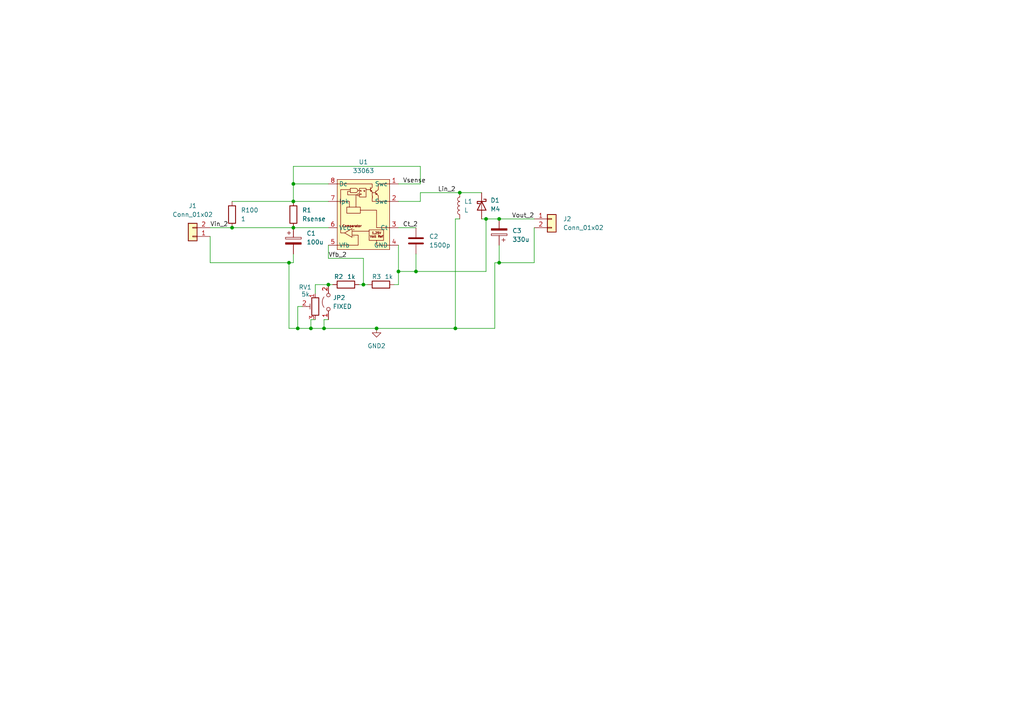
<source format=kicad_sch>
(kicad_sch (version 20231120) (generator "eeschema") (generator_version "8.0")
  (paper "A4")
  (lib_symbols
    (symbol "Connector_Generic:Conn_01x02" (pin_names (offset 1.016) hide)
      (property "Reference" "J" (at 0 2.54 0))
      (property "Value" "Conn_01x02" (at 0 -5.08 0))
      (symbol "Conn_01x02_1_1"
        (rectangle (start -1.27 -2.413) (end 0 -2.667) (stroke (width 0.1524)))
        (rectangle (start -1.27 0.127) (end 0 -0.127) (stroke (width 0.1524)))
        (rectangle (start -1.27 1.27) (end 1.27 -3.81) (stroke (width 0.254)) (fill (type background)))
        (pin passive line (at -5.08 0 0) (length 3.81) (name "Pin_1") (number "1"))
        (pin passive line (at -5.08 -2.54 0) (length 3.81) (name "Pin_2") (number "2"))
      )
    )
    (symbol "Custom:MC33063"
      (property "Reference" "U" (at 0 11.43 0))
      (property "Value" "MC33063" (at 0.254 -11.938 0))
      (symbol "MC33063_0_1"
        (rectangle (start -4.826 2.159) (end -0.889 0.381))
        (arc (start -2.286 6.35) (mid -1.837 6.536) (end -1.651 6.985))
        (arc (start -1.651 6.985) (mid -1.837 7.434) (end -2.286 7.62))
        (rectangle (start -1.143 7.62) (end 0.762 5.08))
        (polyline (pts (xy -3.81 7.62) (xy -2.286 7.62)))
        (polyline (pts (xy -2.159 5.715) (xy -2.159 2.159)))
        (polyline (pts (xy -1.651 6.985) (xy -1.143 6.985)))
        (polyline (pts (xy 1.651 -4.826) (xy -3.175 -4.826)))
        (polyline (pts (xy 2.032 7.239) (xy 0.762 7.239)))
        (polyline (pts (xy 2.032 7.874) (xy 2.032 6.731)))
        (polyline (pts (xy 2.54 6.35) (xy 3.556 6.35)))
        (polyline (pts (xy 3.556 6.858) (xy 3.556 5.842)))
        (polyline (pts (xy -4.064 2.159) (xy -4.064 3.81) (xy -7.62 3.81)))
        (polyline (pts (xy -3.81 7.62) (xy -3.81 6.35) (xy -2.286 6.35)))
        (polyline (pts (xy 3.556 6.223) (xy 4.318 5.461) (xy 4.318 3.81)))
        (polyline (pts (xy 3.81 -7.493) (xy 3.81 -8.89) (xy 7.493 -8.89)))
        (polyline (pts (xy -3.81 6.731) (xy -4.572 6.731) (xy -4.572 5.715) (xy -1.778 5.715)))
        (polyline (pts (xy -3.175 -5.969) (xy -1.524 -5.969) (xy -1.524 -8.89) (xy -7.62 -8.89)))
        (polyline (pts (xy -0.889 1.27) (xy 3.81 1.27) (xy 3.81 -3.81) (xy 7.62 -3.81)))
        (polyline (pts (xy 2.032 7.366) (xy 2.54 7.874) (xy 2.54 8.89) (xy -7.62 8.89)))
        (polyline (pts (xy 2.413 6.985) (xy 2.413 6.731) (xy 2.159 6.731) (xy 2.413 6.985)))
        (polyline (pts (xy 3.556 6.604) (xy 4.318 7.239) (xy 4.318 8.89) (xy 7.62 8.89)))
        (polyline (pts (xy 3.937 6.096) (xy 3.937 5.842) (xy 3.683 5.842) (xy 3.937 6.096)))
        (polyline (pts (xy -3.81 7.239) (xy -6.604 7.239) (xy -6.604 -5.334) (xy -5.461 -5.334) (xy -3.302 -4.064) (xy -3.302 -6.604) (xy -5.461 -5.334) (xy -5.461 -5.334)))
        (polyline (pts (xy 2.032 7.112) (xy 2.54 6.604) (xy 2.54 5.461) (xy 2.667 5.334) (xy 2.54 5.207) (xy 2.667 5.08) (xy 2.54 4.953) (xy 2.667 4.826) (xy 2.54 4.699) (xy 2.54 3.81) (xy 7.62 3.81)))
        (rectangle (start 1.651 -4.445) (end 5.842 -7.493))
      )
      (symbol "MC33063_1_1"
        (rectangle (start -7.62 10.16) (end 7.62 -10.16) (fill (type background)))
        (circle (center -1.524 5.715) (radius 0.284))
        (text "+" (at -2.794 -4.318 0) (effects (font (size 0.381 0.381))))
        (text "-" (at -2.794 -6.35 0) (effects (font (size 0.381 0.381))))
        (text "1.25V\nVolt Ref" (at 3.81 -5.842 0) (effects (font (size 0.635 0.635))))
        (text "Comparator" (at -3.302 -3.302 0) (effects (font (size 0.635 0.635))))
        (text "Q" (at 0.254 6.858 0) (effects (font (size 0.381 0.381))))
        (text "R" (at -0.762 5.842 0) (effects (font (size 0.381 0.381))))
        (text "S" (at -0.762 6.858 0) (effects (font (size 0.381 0.381))))
        (pin input line (at 10.16 8.89 180) (length 2.54) (name "Swc") (number "1"))
        (pin input line (at 10.16 3.81 180) (length 2.54) (name "Swe") (number "2"))
        (pin input line (at 10.16 -3.81 180) (length 2.54) (name "Ct") (number "3"))
        (pin input line (at 10.16 -8.89 180) (length 2.54) (name "GND") (number "4"))
        (pin input line (at -10.16 -8.89 0) (length 2.54) (name "Vfb") (number "5"))
        (pin input line (at -10.16 -3.81 0) (length 2.54) (name "Vcc") (number "6"))
        (pin input line (at -10.16 3.81 0) (length 2.54) (name "Ipk") (number "7"))
        (pin input line (at -10.16 8.89 0) (length 2.54) (name "Dc") (number "8"))
      )
    )
    (symbol "Device:C" (pin_numbers hide) (pin_names (offset 0.254))
      (property "Reference" "C" (at 0.635 2.54 0))
      (property "Value" "C" (at 0.635 -2.54 0))
      (symbol "C_0_1"
        (polyline (pts (xy -2.032 -0.762) (xy 2.032 -0.762)) (stroke (width 0.508)))
        (polyline (pts (xy -2.032 0.762) (xy 2.032 0.762)) (stroke (width 0.508)))
      )
      (symbol "C_1_1"
        (pin passive line (at 0 3.81 270) (length 2.794) (name "~") (number "1"))
        (pin passive line (at 0 -3.81 90) (length 2.794) (name "~") (number "2"))
      )
    )
    (symbol "Device:C_Polarized" (pin_numbers hide) (pin_names (offset 0.254))
      (property "Reference" "C" (at 0.635 2.54 0))
      (property "Value" "C_Polarized" (at 0.635 -2.54 0))
      (symbol "C_Polarized_0_1"
        (rectangle (start -2.286 0.508) (end 2.286 1.016))
        (polyline (pts (xy -1.778 2.286) (xy -0.762 2.286)))
        (polyline (pts (xy -1.27 2.794) (xy -1.27 1.778)))
        (rectangle (start 2.286 -0.508) (end -2.286 -1.016) (fill (type outline)))
      )
      (symbol "C_Polarized_1_1"
        (pin passive line (at 0 3.81 270) (length 2.794) (name "~") (number "1"))
        (pin passive line (at 0 -3.81 90) (length 2.794) (name "~") (number "2"))
      )
    )
    (symbol "Device:L" (pin_numbers hide) (pin_names (offset 1.016) hide)
      (property "Reference" "L" (at -1.27 0 90))
      (property "Value" "L" (at 1.905 0 90))
      (symbol "L_0_1"
        (arc (start 0 -2.54) (mid 0.6323 -1.905) (end 0 -1.27))
        (arc (start 0 -1.27) (mid 0.6323 -0.635) (end 0 0))
        (arc (start 0 0) (mid 0.6323 0.635) (end 0 1.27))
        (arc (start 0 1.27) (mid 0.6323 1.905) (end 0 2.54))
      )
      (symbol "L_1_1"
        (pin passive line (at 0 3.81 270) (length 1.27) (name "1") (number "1"))
        (pin passive line (at 0 -3.81 90) (length 1.27) (name "2") (number "2"))
      )
    )
    (symbol "Device:R" (pin_numbers hide) (pin_names (offset 0))
      (property "Reference" "R" (at 2.032 0 90))
      (property "Value" "R" (at 0 0 90))
      (symbol "R_0_1"
        (rectangle (start -1.016 -2.54) (end 1.016 2.54) (stroke (width 0.254)))
      )
      (symbol "R_1_1"
        (pin passive line (at 0 3.81 270) (length 1.27) (name "~") (number "1"))
        (pin passive line (at 0 -3.81 90) (length 1.27) (name "~") (number "2"))
      )
    )
    (symbol "Device:R_Potentiometer_Trim" (pin_names (offset 1.016) hide)
      (property "Reference" "RV" (at -4.445 0 90))
      (property "Value" "R_Potentiometer_Trim" (at -2.54 0 90))
      (symbol "R_Potentiometer_Trim_0_1"
        (polyline (pts (xy 1.524 0.762) (xy 1.524 -0.762)))
        (polyline (pts (xy 2.54 0) (xy 1.524 0)))
        (rectangle (start 1.016 2.54) (end -1.016 -2.54) (stroke (width 0.254)))
      )
      (symbol "R_Potentiometer_Trim_1_1"
        (pin passive line (at 0 3.81 270) (length 1.27) (name "1") (number "1"))
        (pin passive line (at 3.81 0 180) (length 1.27) (name "2") (number "2"))
        (pin passive line (at 0 -3.81 90) (length 1.27) (name "3") (number "3"))
      )
    )
    (symbol "Diode:1N5819WS" (pin_numbers hide) (pin_names (offset 1.016) hide)
      (property "Reference" "D" (at 0 2.54 0))
      (property "Value" "1N5819WS" (at 0 -2.54 0))
      (symbol "1N5819WS_0_1"
        (polyline (pts (xy 1.27 0) (xy -1.27 0)))
        (polyline (pts (xy 1.27 1.27) (xy 1.27 -1.27) (xy -1.27 0) (xy 1.27 1.27)) (stroke (width 0.254)))
        (polyline (pts (xy -1.905 0.635) (xy -1.905 1.27) (xy -1.27 1.27) (xy -1.27 -1.27) (xy -0.635 -1.27) (xy -0.635 -0.635)) (stroke (width 0.254)))
      )
      (symbol "1N5819WS_1_1"
        (pin passive line (at -3.81 0 0) (length 2.54) (name "K") (number "1"))
        (pin passive line (at 3.81 0 180) (length 2.54) (name "A") (number "2"))
      )
    )
    (symbol "Jumper:Jumper_2_Open" (pin_names (offset 0) hide)
      (property "Reference" "JP" (at 0 2.794 0))
      (property "Value" "Jumper_2_Open" (at 0 -2.286 0))
      (symbol "Jumper_2_Open_0_0"
        (circle (center -2.032 0) (radius 0.508))
        (circle (center 2.032 0) (radius 0.508))
      )
      (symbol "Jumper_2_Open_0_1"
        (arc (start 1.524 1.27) (mid 0 1.778) (end -1.524 1.27))
      )
      (symbol "Jumper_2_Open_1_1"
        (pin passive line (at -5.08 0 0) (length 2.54) (name "A") (number "1"))
        (pin passive line (at 5.08 0 180) (length 2.54) (name "B") (number "2"))
      )
    )
    (symbol "power:GND2" (power) (pin_names (offset 0))
      (property "Value" "GND2" (at 0 -3.81 0))
      (symbol "GND2_0_1"
        (polyline (pts (xy 0 0) (xy 0 -1.27) (xy 1.27 -1.27) (xy 0 -2.54) (xy -1.27 -1.27) (xy 0 -1.27)))
      )
      (symbol "GND2_1_1"
        (pin power_in line (at 0 0 270) (length 0) hide (name "GND2") (number "1"))
      )
    )
  )
  (junction (at 86.36 95.25))
  (junction (at 85.09 53.34))
  (junction (at 85.09 66.04))
  (junction (at 144.78 76.2))
  (junction (at 90.17 95.25))
  (junction (at 140.97 63.5))
  (junction (at 105.41 82.55))
  (junction (at 144.78 63.5))
  (junction (at 115.57 78.74))
  (junction (at 85.09 58.42))
  (junction (at 109.22 95.25))
  (junction (at 95.25 82.55))
  (junction (at 133.35 55.88))
  (junction (at 120.65 78.74))
  (junction (at 67.31 66.04))
  (junction (at 83.82 76.2))
  (junction (at 132.08 95.25))
  (junction (at 93.98 95.25))
  (wire (pts (xy 154.94 76.2) (xy 144.78 76.2)))
  (wire (pts (xy 60.96 76.2) (xy 83.82 76.2)))
  (wire (pts (xy 85.09 66.04) (xy 95.25 66.04)))
  (wire (pts (xy 104.14 82.55) (xy 105.41 82.55)))
  (wire (pts (xy 93.98 95.25) (xy 109.22 95.25)))
  (wire (pts (xy 140.97 63.5) (xy 140.97 78.74)))
  (wire (pts (xy 90.17 95.25) (xy 90.17 92.71)))
  (wire (pts (xy 121.92 48.26) (xy 121.92 53.34)))
  (wire (pts (xy 93.98 95.25) (xy 93.98 92.71)))
  (wire (pts (xy 96.52 82.55) (xy 95.25 82.55)))
  (wire (pts (xy 85.09 76.2) (xy 85.09 73.66)))
  (wire (pts (xy 67.31 66.04) (xy 85.09 66.04)))
  (wire (pts (xy 143.51 95.25) (xy 132.08 95.25)))
  (wire (pts (xy 60.96 66.04) (xy 67.31 66.04)))
  (wire (pts (xy 115.57 78.74) (xy 120.65 78.74)))
  (wire (pts (xy 95.25 71.12) (xy 95.25 74.93)))
  (wire (pts (xy 105.41 82.55) (xy 106.68 82.55)))
  (wire (pts (xy 133.35 55.88) (xy 139.7 55.88)))
  (wire (pts (xy 67.31 58.42) (xy 85.09 58.42)))
  (wire (pts (xy 115.57 58.42) (xy 121.92 58.42)))
  (wire (pts (xy 85.09 58.42) (xy 95.25 58.42)))
  (wire (pts (xy 115.57 82.55) (xy 115.57 78.74)))
  (wire (pts (xy 114.3 82.55) (xy 115.57 82.55)))
  (wire (pts (xy 115.57 71.12) (xy 115.57 78.74)))
  (wire (pts (xy 95.25 74.93) (xy 105.41 74.93)))
  (wire (pts (xy 143.51 76.2) (xy 143.51 95.25)))
  (wire (pts (xy 115.57 66.04) (xy 120.65 66.04)))
  (wire (pts (xy 105.41 74.93) (xy 105.41 82.55)))
  (wire (pts (xy 144.78 63.5) (xy 154.94 63.5)))
  (wire (pts (xy 144.78 71.12) (xy 144.78 76.2)))
  (wire (pts (xy 83.82 95.25) (xy 83.82 76.2)))
  (wire (pts (xy 121.92 55.88) (xy 121.92 58.42)))
  (wire (pts (xy 109.22 95.25) (xy 132.08 95.25)))
  (wire (pts (xy 120.65 78.74) (xy 140.97 78.74)))
  (wire (pts (xy 132.08 63.5) (xy 133.35 63.5)))
  (wire (pts (xy 90.17 92.71) (xy 91.44 92.71)))
  (wire (pts (xy 120.65 73.66) (xy 120.65 78.74)))
  (wire (pts (xy 154.94 66.04) (xy 154.94 76.2)))
  (wire (pts (xy 85.09 48.26) (xy 85.09 53.34)))
  (wire (pts (xy 93.98 92.71) (xy 95.25 92.71)))
  (wire (pts (xy 86.36 88.9) (xy 86.36 95.25)))
  (wire (pts (xy 91.44 82.55) (xy 91.44 85.09)))
  (wire (pts (xy 143.51 76.2) (xy 144.78 76.2)))
  (wire (pts (xy 85.09 48.26) (xy 121.92 48.26)))
  (wire (pts (xy 90.17 95.25) (xy 93.98 95.25)))
  (wire (pts (xy 60.96 68.58) (xy 60.96 76.2)))
  (wire (pts (xy 83.82 95.25) (xy 86.36 95.25)))
  (wire (pts (xy 83.82 76.2) (xy 85.09 76.2)))
  (wire (pts (xy 86.36 95.25) (xy 90.17 95.25)))
  (wire (pts (xy 85.09 53.34) (xy 95.25 53.34)))
  (wire (pts (xy 85.09 53.34) (xy 85.09 58.42)))
  (wire (pts (xy 140.97 63.5) (xy 144.78 63.5)))
  (wire (pts (xy 132.08 63.5) (xy 132.08 95.25)))
  (wire (pts (xy 121.92 55.88) (xy 133.35 55.88)))
  (wire (pts (xy 86.36 88.9) (xy 87.63 88.9)))
  (wire (pts (xy 115.57 53.34) (xy 121.92 53.34)))
  (wire (pts (xy 95.25 82.55) (xy 91.44 82.55)))
  (wire (pts (xy 139.7 63.5) (xy 140.97 63.5)))
  (label "Vout_2" (at 154.94 63.5 180))
  (label "Vfb_2" (at 95.25 74.93 0))
  (label "Vsense" (at 116.84 53.34 0))
  (label "Ct_2" (at 116.84 66.04 0))
  (label "Lin_2" (at 127 55.88 0))
  (label "Vin_2" (at 60.96 66.04 0))
  (symbol (lib_id "Device:R") (at 67.31 62.23 180) (unit 1)
    (property "Reference" "R100" (at 69.85 60.9599 0) (effects (justify right)))
    (property "Value" "1" (at 69.85 63.4999 0) (effects (justify right)))
    (property "Footprint" "misc:0805_5mm" (effects (hide yes)))
    (property "Description" "Resistor" (effects (hide yes)))
  )
  (symbol (lib_id "Device:R") (at 85.09 62.23 0) (unit 1)
    (property "Reference" "R1" (at 87.63 60.9599 0) (effects (justify left)))
    (property "Value" "Rsense" (at 87.63 63.4999 0) (effects (justify left)))
    (property "Footprint" "Resistor_SMD:R_2512_6332Metric_Pad1.40x3.35mm_HandSolder" (effects (hide yes)))
    (property "Description" "Resistor" (effects (hide yes)))
  )
  (symbol (lib_id "Device:R") (at 100.33 82.55 90) (unit 1)
    (property "Reference" "R2" (at 99.568 80.264 90) (effects (justify left)))
    (property "Value" "1k" (at 103.124 80.264 90) (effects (justify left)))
    (property "Footprint" "Resistor_SMD:R_0805_2012Metric_Pad1.20x1.40mm_HandSolder" (effects (hide yes)))
    (property "Description" "Resistor" (effects (hide yes)))
  )
  (symbol (lib_id "Device:C_Polarized") (at 85.09 69.85 0) (unit 1)
    (property "Reference" "C1" (at 88.9 67.6909 0) (effects (justify left)))
    (property "Value" "100u" (at 88.9 70.2309 0) (effects (justify left)))
    (property "Footprint" "Capacitor_THT:CP_Radial_D6.3mm_P2.50mm" (effects (hide yes)))
    (property "Description" "Polarized capacitor" (effects (hide yes)))
  )
  (symbol (lib_id "Connector_Generic:Conn_01x02") (at 160.02 63.5 0) (unit 1)
    (property "Reference" "J2" (at 163.322 63.5 0) (effects (justify left)))
    (property "Value" "Conn_01x02" (at 163.322 66.04 0) (effects (justify left)))
    (property "Footprint" "misc:sip_edge_2_no_slot" (effects (hide yes)))
    (property "Description" "Generic connector, single row, 01x02, script generated (kicad-library-utils/schlib/autogen/connector/)" (effects (hide yes)))
  )
  (symbol (lib_id "Custom:MC33063") (at 105.41 62.23 0) (unit 1)
    (property "Reference" "U1" (at 105.41 46.99 0))
    (property "Value" "33063" (at 105.41 49.53 0))
    (property "Footprint" "Package_SO:SOIC-8_3.9x4.9mm_P1.27mm" (effects (hide yes)))
  )
  (symbol (lib_id "Device:R_Potentiometer_Trim") (at 91.44 88.9 0) (mirror y) (unit 1)
    (property "Reference" "RV1" (at 86.614 83.312 0) (effects (justify right)))
    (property "Value" "5k" (at 87.376 85.344 0) (effects (justify right)))
    (property "Footprint" "misc:trim_pot" (effects (hide yes)))
    (property "Description" "Trim-potentiometer" (effects (hide yes)))
  )
  (symbol (lib_id "Device:L") (at 133.35 59.69 180) (unit 1)
    (property "Reference" "L1" (at 134.62 58.4199 0) (effects (justify right)))
    (property "Value" "L" (at 134.62 60.9599 0) (effects (justify right)))
    (property "Footprint" "misc:Inductor_CD54" (effects (hide yes)))
    (property "Description" "Inductor" (effects (hide yes)))
  )
  (symbol (lib_id "Connector_Generic:Conn_01x02") (at 55.88 68.58 180) (unit 1)
    (property "Reference" "J1" (at 55.88 59.69 0))
    (property "Value" "Conn_01x02" (at 55.88 62.23 0))
    (property "Footprint" "misc:sip_edge_2_no_slot" (effects (hide yes)))
    (property "Description" "Generic connector, single row, 01x02, script generated (kicad-library-utils/schlib/autogen/connector/)" (effects (hide yes)))
  )
  (symbol (lib_id "power:GND2") (at 109.22 95.25 0) (unit 1)
    (property "Reference" "#PWR022" (effects (hide yes)))
    (property "Value" "GND2" (at 109.22 100.33 0))
    (property "Description" "Power symbol creates a global label with name \"GND2\" , ground" (effects (hide yes)))
  )
  (symbol (lib_id "Jumper:Jumper_2_Open") (at 95.25 87.63 90) (unit 1)
    (property "Reference" "JP2" (at 96.52 86.3599 90) (effects (justify right)))
    (property "Value" "FIXED" (at 96.52 88.8999 90) (effects (justify right)))
    (property "Footprint" "Jumper:SolderJumper-2_P1.3mm_Open_RoundedPad1.0x1.5mm" (effects (hide yes)))
    (property "Description" "Jumper, 2-pole, open" (effects (hide yes)))
  )
  (symbol (lib_id "Diode:1N5819WS") (at 139.7 59.69 270) (unit 1)
    (property "Reference" "D1" (at 142.24 58.1024 90) (effects (justify left)))
    (property "Value" "M4" (at 142.24 60.6424 90) (effects (justify left)))
    (property "Footprint" "misc:D_SMA_Handsoldering_with_symbol" (effects (hide yes)))
    (property "Datasheet" "https://datasheet.lcsc.com/lcsc/2204281430_Guangdong-Hottech-1N5819WS_C191023.pdf" (effects (hide yes)))
    (property "Description" "40V 600mV@1A 1A SOD-323 Schottky Barrier Diodes, SOD-323" (effects (hide yes)))
  )
  (symbol (lib_id "Device:C_Polarized") (at 144.78 67.31 180) (unit 1)
    (property "Reference" "C3" (at 148.59 66.9289 0) (effects (justify right)))
    (property "Value" "330u" (at 148.59 69.4689 0) (effects (justify right)))
    (property "Footprint" "Capacitor_THT:CP_Radial_D6.3mm_P2.50mm" (effects (hide yes)))
    (property "Description" "Polarized capacitor" (effects (hide yes)))
  )
  (symbol (lib_id "Device:C") (at 120.65 69.85 0) (unit 1)
    (property "Reference" "C2" (at 124.46 68.5799 0) (effects (justify left)))
    (property "Value" "1500p" (at 124.46 71.1199 0) (effects (justify left)))
    (property "Footprint" "Capacitor_SMD:C_0805_2012Metric_Pad1.18x1.45mm_HandSolder" (effects (hide yes)))
    (property "Description" "Unpolarized capacitor" (effects (hide yes)))
  )
  (symbol (lib_id "Device:R") (at 110.49 82.55 90) (unit 1)
    (property "Reference" "R3" (at 109.22 80.264 90))
    (property "Value" "1k" (at 112.776 80.264 90))
    (property "Footprint" "Resistor_SMD:R_0805_2012Metric_Pad1.20x1.40mm_HandSolder" (effects (hide yes)))
    (property "Description" "Resistor" (effects (hide yes)))
  )
)
</source>
